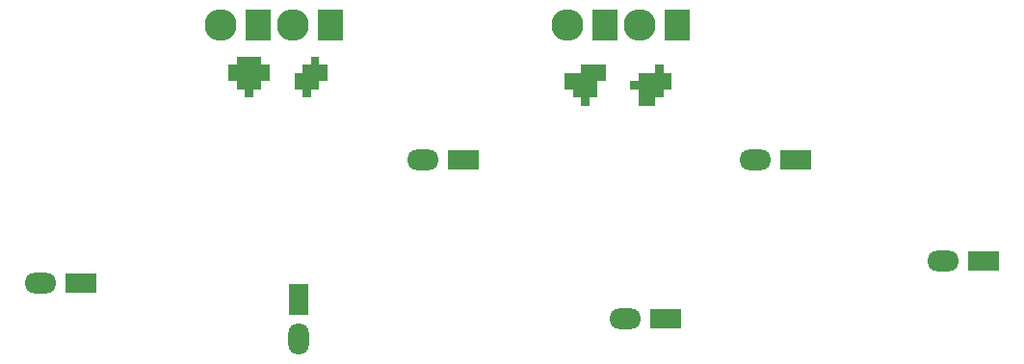
<source format=gbr>
%TF.GenerationSoftware,KiCad,Pcbnew,(6.0.2)*%
%TF.CreationDate,2022-03-15T12:48:44+01:00*%
%TF.ProjectId,ruetueta-pcb,72756574-7565-4746-912d-7063622e6b69,rev?*%
%TF.SameCoordinates,Original*%
%TF.FileFunction,Soldermask,Bot*%
%TF.FilePolarity,Negative*%
%FSLAX46Y46*%
G04 Gerber Fmt 4.6, Leading zero omitted, Abs format (unit mm)*
G04 Created by KiCad (PCBNEW (6.0.2)) date 2022-03-15 12:48:44*
%MOMM*%
%LPD*%
G01*
G04 APERTURE LIST*
%ADD10R,2.805000X1.800000*%
%ADD11O,2.805000X1.800000*%
%ADD12R,1.800000X2.805000*%
%ADD13O,1.800000X2.805000*%
%ADD14R,2.170000X2.805000*%
%ADD15O,2.805000X2.805000*%
G04 APERTURE END LIST*
%TO.C,REF\u002A\u002A*%
G36*
X180862412Y-36028369D02*
G01*
X181582980Y-36028369D01*
X181582980Y-37469504D01*
X180862412Y-37469504D01*
X180862412Y-38190071D01*
X180141845Y-38190071D01*
X180141845Y-38910639D01*
X179421277Y-38910639D01*
X179421277Y-38190071D01*
X178700710Y-38190071D01*
X178700710Y-37469504D01*
X177980143Y-37469504D01*
X177980143Y-36028369D01*
X178700710Y-36028369D01*
X178700710Y-35307802D01*
X180862412Y-35307802D01*
X180862412Y-36028369D01*
G37*
G36*
X185906384Y-36028369D02*
G01*
X186626951Y-36028369D01*
X186626951Y-37469504D01*
X185906384Y-37469504D01*
X185906384Y-38190071D01*
X185185816Y-38190071D01*
X185185816Y-38910639D01*
X184465249Y-38910639D01*
X184465249Y-38190071D01*
X183744682Y-38190071D01*
X183744682Y-36748937D01*
X184465249Y-36748937D01*
X184465249Y-36028369D01*
X185185816Y-36028369D01*
X185185816Y-35307802D01*
X185906384Y-35307802D01*
X185906384Y-36028369D01*
G37*
G36*
X211126242Y-37469504D02*
G01*
X210405675Y-37469504D01*
X210405675Y-38910639D01*
X209685107Y-38910639D01*
X209685107Y-39631206D01*
X208964540Y-39631206D01*
X208964540Y-38910639D01*
X208243972Y-38910639D01*
X208243972Y-38190071D01*
X207523405Y-38190071D01*
X207523405Y-36748937D01*
X208964540Y-36748937D01*
X208964540Y-36028369D01*
X211126242Y-36028369D01*
X211126242Y-37469504D01*
G37*
G36*
X216170214Y-36748937D02*
G01*
X216890781Y-36748937D01*
X216890781Y-38190071D01*
X216170214Y-38190071D01*
X216170214Y-38910639D01*
X215449646Y-38910639D01*
X215449646Y-39631206D01*
X214008511Y-39631206D01*
X214008511Y-38190071D01*
X213287944Y-38190071D01*
X213287944Y-37469504D01*
X214008511Y-37469504D01*
X214008511Y-36748937D01*
X215449646Y-36748937D01*
X215449646Y-36028369D01*
X216170214Y-36028369D01*
X216170214Y-36748937D01*
G37*
%TD*%
D10*
%TO.C,D2*%
X216402500Y-58420000D03*
D11*
X212857500Y-58420000D03*
%TD*%
D10*
%TO.C,D5*%
X198622500Y-44450000D03*
D11*
X195077500Y-44450000D03*
%TD*%
D10*
%TO.C,D1*%
X164967500Y-55245000D03*
D11*
X161422500Y-55245000D03*
%TD*%
D12*
%TO.C,D3*%
X184150000Y-56647500D03*
D13*
X184150000Y-60192500D03*
%TD*%
D10*
%TO.C,D4*%
X227832500Y-44450000D03*
D11*
X224287500Y-44450000D03*
%TD*%
D10*
%TO.C,D6*%
X244342500Y-53340000D03*
D11*
X240797500Y-53340000D03*
%TD*%
D14*
%TO.C,D9*%
X211005000Y-32517500D03*
D15*
X207777500Y-32517500D03*
%TD*%
D14*
%TO.C,D8*%
X186875000Y-32517500D03*
D15*
X183647500Y-32517500D03*
%TD*%
D14*
%TO.C,D10*%
X217355000Y-32517500D03*
D15*
X214127500Y-32517500D03*
%TD*%
D14*
%TO.C,D7*%
X180525000Y-32517500D03*
D15*
X177297500Y-32517500D03*
%TD*%
M02*

</source>
